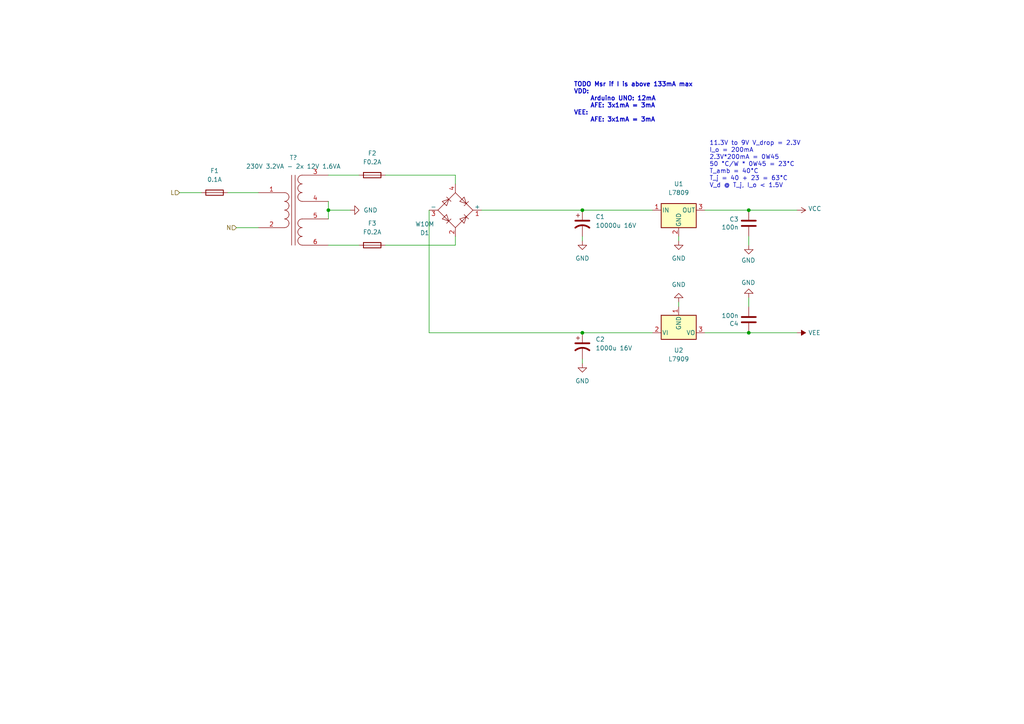
<source format=kicad_sch>
(kicad_sch (version 20231120) (generator "eeschema") (generator_version "8.0")
  (paper "A4")
  (lib_symbols
    (symbol "Device:C" (pin_numbers hide) (pin_names (offset 0.254))
      (property "Reference" "C" (at 0.635 2.54 0))
      (property "Value" "C" (at 0.635 -2.54 0))
      (symbol "C_0_1"
        (polyline (pts (xy -2.032 -0.762) (xy 2.032 -0.762)) (stroke (width 0.508)))
        (polyline (pts (xy -2.032 0.762) (xy 2.032 0.762)) (stroke (width 0.508)))
      )
      (symbol "C_1_1"
        (pin passive line (at 0 3.81 270) (length 2.794) (name "~") (number "1"))
        (pin passive line (at 0 -3.81 90) (length 2.794) (name "~") (number "2"))
      )
    )
    (symbol "Device:C_Polarized_US" (pin_numbers hide) (pin_names (offset 0.254) hide)
      (property "Reference" "C" (at 0.635 2.54 0))
      (property "Value" "C_Polarized_US" (at 0.635 -2.54 0))
      (symbol "C_Polarized_US_0_1"
        (polyline (pts (xy -2.032 0.762) (xy 2.032 0.762)) (stroke (width 0.508)))
        (polyline (pts (xy -1.778 2.286) (xy -0.762 2.286)))
        (polyline (pts (xy -1.27 1.778) (xy -1.27 2.794)))
        (arc (start 2.032 -1.27) (mid 0 -0.5572) (end -2.032 -1.27) (stroke (width 0.508)))
      )
      (symbol "C_Polarized_US_1_1"
        (pin passive line (at 0 3.81 270) (length 2.794) (name "~") (number "1"))
        (pin passive line (at 0 -3.81 90) (length 3.302) (name "~") (number "2"))
      )
    )
    (symbol "Device:Fuse" (pin_numbers hide) (pin_names (offset 0))
      (property "Reference" "F" (at 2.032 0 90))
      (property "Value" "Fuse" (at -1.905 0 90))
      (symbol "Fuse_0_1"
        (rectangle (start -0.762 -2.54) (end 0.762 2.54) (stroke (width 0.254)))
        (polyline (pts (xy 0 2.54) (xy 0 -2.54)))
      )
      (symbol "Fuse_1_1"
        (pin passive line (at 0 3.81 270) (length 1.27) (name "~") (number "1"))
        (pin passive line (at 0 -3.81 90) (length 1.27) (name "~") (number "2"))
      )
    )
    (symbol "Device:Transformer_1P_2S" (pin_names (offset 1.016) hide)
      (property "Reference" "T" (at 0 12.7 0))
      (property "Value" "Transformer_1P_2S" (at 0 -12.7 0))
      (symbol "Transformer_1P_2S_0_1"
        (arc (start -2.54 -5.0546) (mid -1.6599 -4.6901) (end -1.27 -3.81))
        (arc (start -2.54 -2.5146) (mid -1.6599 -2.1501) (end -1.27 -1.27))
        (arc (start -2.54 0.0254) (mid -1.6599 0.3899) (end -1.27 1.27))
        (arc (start -2.54 2.5654) (mid -1.6599 2.9299) (end -1.27 3.81))
        (arc (start -1.27 -3.81) (mid -1.642 -2.912) (end -2.54 -2.54))
        (arc (start -1.27 -1.27) (mid -1.642 -0.372) (end -2.54 0))
        (arc (start -1.27 1.27) (mid -1.642 2.168) (end -2.54 2.54))
        (arc (start -1.27 3.81) (mid -1.642 4.708) (end -2.54 5.08))
        (polyline (pts (xy -0.508 -10.16) (xy -0.508 10.16)))
        (polyline (pts (xy 0.508 10.16) (xy 0.508 -10.16)))
        (arc (start 1.2954 -8.89) (mid 1.6599 -9.7701) (end 2.54 -10.1346))
        (arc (start 1.2954 -6.35) (mid 1.6599 -7.2301) (end 2.54 -7.5946))
        (arc (start 1.2954 -3.81) (mid 1.6599 -4.6901) (end 2.54 -5.0546))
        (arc (start 1.2954 3.81) (mid 1.6599 2.9299) (end 2.54 2.5654))
        (arc (start 1.2954 6.35) (mid 1.6599 5.4699) (end 2.54 5.1054))
        (arc (start 1.2954 8.89) (mid 1.6599 8.0099) (end 2.54 7.6454))
        (arc (start 2.54 -7.62) (mid 1.642 -7.992) (end 1.2954 -8.89))
        (arc (start 2.54 -5.08) (mid 1.642 -5.452) (end 1.2954 -6.35))
        (arc (start 2.54 -2.54) (mid 1.642 -2.912) (end 1.2954 -3.81))
        (arc (start 2.54 5.08) (mid 1.642 4.708) (end 1.2954 3.81))
        (arc (start 2.54 7.62) (mid 1.642 7.248) (end 1.2954 6.35))
        (arc (start 2.54 10.16) (mid 1.642 9.788) (end 1.2954 8.89))
      )
      (symbol "Transformer_1P_2S_1_1"
        (pin passive line (at -10.16 5.08 0) (length 7.62) (name "AA") (number "1"))
        (pin passive line (at -10.16 -5.08 0) (length 7.62) (name "AB") (number "2"))
        (pin passive line (at 10.16 10.16 180) (length 7.62) (name "SA") (number "3"))
        (pin passive line (at 10.16 2.54 180) (length 7.62) (name "SB") (number "4"))
        (pin passive line (at 10.16 -2.54 180) (length 7.62) (name "SC") (number "5"))
        (pin passive line (at 10.16 -10.16 180) (length 7.62) (name "SD") (number "6"))
      )
    )
    (symbol "Diode_Bridge:W10G" (pin_names (offset 0))
      (property "Reference" "D" (at 2.54 6.985 0))
      (property "Value" "W10G" (at 2.54 5.08 0))
      (symbol "W10G_0_1"
        (polyline (pts (xy -2.54 3.81) (xy -1.27 2.54)))
        (polyline (pts (xy -1.27 -2.54) (xy -2.54 -3.81)))
        (polyline (pts (xy 2.54 -1.27) (xy 3.81 -2.54)))
        (polyline (pts (xy 2.54 1.27) (xy 3.81 2.54)))
        (polyline (pts (xy -3.81 2.54) (xy -2.54 1.27) (xy -1.905 3.175) (xy -3.81 2.54)))
        (polyline (pts (xy -2.54 -1.27) (xy -3.81 -2.54) (xy -1.905 -3.175) (xy -2.54 -1.27)))
        (polyline (pts (xy 1.27 2.54) (xy 2.54 3.81) (xy 3.175 1.905) (xy 1.27 2.54)))
        (polyline (pts (xy 3.175 -1.905) (xy 1.27 -2.54) (xy 2.54 -3.81) (xy 3.175 -1.905)))
        (polyline (pts (xy -5.08 0) (xy 0 -5.08) (xy 5.08 0) (xy 0 5.08) (xy -5.08 0)))
      )
      (symbol "W10G_1_1"
        (pin passive line (at 7.62 0 180) (length 2.54) (name "+") (number "1"))
        (pin passive line (at 0 -7.62 90) (length 2.54) (name "~") (number "2"))
        (pin passive line (at -7.62 0 0) (length 2.54) (name "-") (number "3"))
        (pin passive line (at 0 7.62 270) (length 2.54) (name "~") (number "4"))
      )
    )
    (symbol "Regulator_Linear:L7809" (pin_names (offset 0.254))
      (property "Reference" "U" (at -3.81 3.175 0))
      (property "Value" "L7809" (at 0 3.175 0))
      (symbol "L7809_0_1"
        (rectangle (start -5.08 1.905) (end 5.08 -5.08) (stroke (width 0.254)) (fill (type background)))
      )
      (symbol "L7809_1_1"
        (pin power_in line (at -7.62 0 0) (length 2.54) (name "IN") (number "1"))
        (pin power_in line (at 0 -7.62 90) (length 2.54) (name "GND") (number "2"))
        (pin power_out line (at 7.62 0 180) (length 2.54) (name "OUT") (number "3"))
      )
    )
    (symbol "Regulator_Linear:L7905" (pin_names (offset 0.254))
      (property "Reference" "U" (at -3.81 -3.175 0))
      (property "Value" "L7905" (at 0 -3.175 0))
      (symbol "L7905_0_1"
        (rectangle (start -5.08 5.08) (end 5.08 -1.905) (stroke (width 0.254)) (fill (type background)))
      )
      (symbol "L7905_1_1"
        (pin power_in line (at 0 7.62 270) (length 2.54) (name "GND") (number "1"))
        (pin power_in line (at -7.62 0 0) (length 2.54) (name "VI") (number "2"))
        (pin power_out line (at 7.62 0 180) (length 2.54) (name "VO") (number "3"))
      )
    )
    (symbol "power:GND" (power) (pin_names (offset 0))
      (property "Value" "GND" (at 0 -3.81 0))
      (symbol "GND_0_1"
        (polyline (pts (xy 0 0) (xy 0 -1.27) (xy 1.27 -1.27) (xy 0 -2.54) (xy -1.27 -1.27) (xy 0 -1.27)))
      )
      (symbol "GND_1_1"
        (pin power_in line (at 0 0 270) (length 0) hide (name "GND") (number "1"))
      )
    )
    (symbol "power:VCC" (power) (pin_names (offset 0))
      (property "Value" "VCC" (at 0 3.81 0))
      (symbol "VCC_0_1"
        (polyline (pts (xy -0.762 1.27) (xy 0 2.54)))
        (polyline (pts (xy 0 0) (xy 0 2.54)))
        (polyline (pts (xy 0 2.54) (xy 0.762 1.27)))
      )
      (symbol "VCC_1_1"
        (pin power_in line (at 0 0 90) (length 0) hide (name "VCC") (number "1"))
      )
    )
    (symbol "power:VEE" (power) (pin_names (offset 0))
      (property "Value" "VEE" (at 0 3.81 0))
      (symbol "VEE_0_1"
        (polyline (pts (xy 0 0) (xy 0 2.54)))
        (polyline (pts (xy 0.762 1.27) (xy -0.762 1.27) (xy 0 2.54) (xy 0.762 1.27)) (fill (type outline)))
      )
      (symbol "VEE_1_1"
        (pin power_in line (at 0 0 90) (length 0) hide (name "VEE") (number "1"))
      )
    )
  )
  (junction (at 217.17 96.52))
  (junction (at 95.25 60.96))
  (junction (at 217.17 60.96))
  (junction (at 168.91 60.96))
  (junction (at 168.91 96.52))
  (wire (pts (xy 132.08 50.8) (xy 132.08 53.34)))
  (wire (pts (xy 217.17 71.12) (xy 217.17 68.58)))
  (wire (pts (xy 124.46 96.52) (xy 168.91 96.52)))
  (wire (pts (xy 196.85 87.63) (xy 196.85 88.9)))
  (wire (pts (xy 66.04 55.88) (xy 74.93 55.88)))
  (wire (pts (xy 204.47 96.52) (xy 217.17 96.52)))
  (wire (pts (xy 111.76 50.8) (xy 132.08 50.8)))
  (wire (pts (xy 95.25 50.8) (xy 104.14 50.8)))
  (wire (pts (xy 196.85 69.85) (xy 196.85 68.58)))
  (wire (pts (xy 168.91 69.85) (xy 168.91 68.58)))
  (wire (pts (xy 168.91 96.52) (xy 189.23 96.52)))
  (wire (pts (xy 132.08 71.12) (xy 132.08 68.58)))
  (wire (pts (xy 204.47 60.96) (xy 217.17 60.96)))
  (wire (pts (xy 95.25 60.96) (xy 95.25 63.5)))
  (wire (pts (xy 95.25 60.96) (xy 101.6 60.96)))
  (wire (pts (xy 68.58 66.04) (xy 74.93 66.04)))
  (wire (pts (xy 139.7 60.96) (xy 168.91 60.96)))
  (wire (pts (xy 95.25 71.12) (xy 104.14 71.12)))
  (wire (pts (xy 217.17 96.52) (xy 231.14 96.52)))
  (wire (pts (xy 124.46 96.52) (xy 124.46 60.96)))
  (wire (pts (xy 217.17 86.36) (xy 217.17 88.9)))
  (wire (pts (xy 168.91 105.41) (xy 168.91 104.14)))
  (wire (pts (xy 168.91 60.96) (xy 189.23 60.96)))
  (wire (pts (xy 52.07 55.88) (xy 58.42 55.88)))
  (wire (pts (xy 95.25 58.42) (xy 95.25 60.96)))
  (wire (pts (xy 217.17 60.96) (xy 231.14 60.96)))
  (wire (pts (xy 111.76 71.12) (xy 132.08 71.12)))
  (text "TODO Msr if I is above 133mA max\nVDD:\n	Arduino UNO: 12mA\n	AFE: 3x1mA = 3mA\nVEE:\n	AFE: 3x1mA = 3mA" (at 166.37 35.56 0) (effects (font (size 1.27 1.27) (thickness 0.254) (bold yes)) (justify left bottom)))
  (text "11.3V to 9V V_drop = 2.3V\nI_o = 200mA\n2.3V*200mA = 0W45\n50 °C/W * 0W45 = 23°C\nT_amb = 40°C\nT_j = 40 + 23 = 63°C\nV_d @ T_j, I_o < 1.5V" (at 205.74 54.61 0) (effects (font (size 1.27 1.27)) (justify left bottom)))
  (hierarchical_label "N" (shape input) (at 68.58 66.04 180))
  (hierarchical_label "L" (shape input) (at 52.07 55.88 180))
  (symbol (lib_id "Device:Fuse") (at 107.95 71.12 90) (unit 1)
    (property "Reference" "F3" (at 107.95 64.77 90))
    (property "Value" "F0.2A" (at 107.95 67.31 90))
    (property "Footprint" "Fuse:Fuseholder_Clip-5x20mm_Littelfuse_111_Inline_P20.00x5.00mm_D1.05mm_Horizontal" (effects (hide yes)))
  )
  (symbol (lib_id "power:GND") (at 168.91 69.85 0) (unit 1)
    (property "Reference" "#PWR05" (effects (hide yes)))
    (property "Value" "GND" (at 168.91 74.93 0))
  )
  (symbol (lib_id "power:GND") (at 196.85 87.63 180) (unit 1)
    (property "Reference" "#PWR08" (effects (hide yes)))
    (property "Value" "GND" (at 196.85 82.55 0))
  )
  (symbol (lib_id "Diode_Bridge:W10G") (at 132.08 60.96 0) (unit 1)
    (property "Reference" "D1" (at 123.19 67.5388 0))
    (property "Value" "W10M" (at 123.19 64.9988 0))
    (property "Footprint" "Diode_THT:Diode_Bridge_Round_D9.8mm" (effects (hide yes)))
    (property "Datasheet" "https://www.vishay.com/docs/88769/woo5g.pdf" (effects (hide yes)))
  )
  (symbol (lib_id "power:VEE") (at 231.14 96.52 270) (mirror x) (unit 1)
    (property "Reference" "#PWR012" (effects (hide yes)))
    (property "Value" "VEE" (at 236.22 96.52 90))
  )
  (symbol (lib_id "Regulator_Linear:L7905") (at 196.85 96.52 0) (unit 1)
    (property "Reference" "U2" (at 196.85 101.6 0))
    (property "Value" "L7909" (at 196.85 104.14 0))
    (property "Footprint" "Package_TO_SOT_THT:TO-220-3_Vertical" (effects (hide yes)))
    (property "Datasheet" "http://www.st.com/content/ccc/resource/technical/document/datasheet/c9/16/86/41/c7/2b/45/f2/CD00000450.pdf/files/CD00000450.pdf/jcr:content/translations/en.CD00000450.pdf" (effects (hide yes)))
  )
  (symbol (lib_id "Device:C") (at 217.17 64.77 0) (mirror y) (unit 1)
    (property "Reference" "C3" (at 214.249 63.6016 0) (effects (justify left)))
    (property "Value" "100n" (at 214.249 65.913 0) (effects (justify left)))
    (property "Footprint" "For_Rasterboard:C_Disc_D3.0mm_W1.6mm_P2.50mm" (effects (hide yes)))
  )
  (symbol (lib_id "Device:Transformer_1P_2S") (at 85.09 60.96 0) (unit 1)
    (property "Reference" "T?" (at 85.09 45.72 0))
    (property "Value" "230V 3.2VA - 2x 12V 1.6VA" (at 85.09 48.26 0))
    (property "Footprint" "For_Rasterboard:Transformer-3VA_2xSec" (effects (hide yes)))
    (instances (project "" (path "" (reference "T?") (unit 1))) (project "" (path "" (reference "T1") (unit 1))))
  )
  (symbol (lib_id "Device:Fuse") (at 107.95 50.8 90) (unit 1)
    (property "Reference" "F2" (at 107.95 44.45 90))
    (property "Value" "F0.2A" (at 107.95 46.99 90))
    (property "Footprint" "Fuse:Fuseholder_Clip-5x20mm_Littelfuse_111_Inline_P20.00x5.00mm_D1.05mm_Horizontal" (effects (hide yes)))
  )
  (symbol (lib_id "Device:C") (at 217.17 92.71 180) (unit 1)
    (property "Reference" "C4" (at 214.249 93.8784 0) (effects (justify left)))
    (property "Value" "100n" (at 214.249 91.567 0) (effects (justify left)))
    (property "Footprint" "For_Rasterboard:C_Disc_D3.0mm_W1.6mm_P2.50mm" (effects (hide yes)))
  )
  (symbol (lib_id "power:GND") (at 101.6 60.96 90) (unit 1)
    (property "Reference" "#PWR04" (effects (hide yes)))
    (property "Value" "GND" (at 105.41 60.9601 90) (effects (justify right)))
  )
  (symbol (lib_id "power:GND") (at 217.17 71.12 0) (mirror y) (unit 1)
    (property "Reference" "#PWR09" (effects (hide yes)))
    (property "Value" "GND" (at 217.043 75.5142 0))
  )
  (symbol (lib_id "power:GND") (at 168.91 105.41 0) (unit 1)
    (property "Reference" "#PWR06" (effects (hide yes)))
    (property "Value" "GND" (at 168.91 110.49 0))
  )
  (symbol (lib_id "power:GND") (at 217.17 86.36 180) (unit 1)
    (property "Reference" "#PWR010" (effects (hide yes)))
    (property "Value" "GND" (at 217.043 81.9658 0))
  )
  (symbol (lib_id "Device:C_Polarized_US") (at 168.91 64.77 0) (unit 1)
    (property "Reference" "C1" (at 172.72 62.8649 0) (effects (justify left)))
    (property "Value" "10000u 16V" (at 172.72 65.4049 0) (effects (justify left)))
    (property "Footprint" "Capacitor_THT:CP_Radial_D16.0mm_P7.50mm" (effects (hide yes)))
  )
  (symbol (lib_id "power:VCC") (at 231.14 60.96 270) (mirror x) (unit 1)
    (property "Reference" "#PWR011" (effects (hide yes)))
    (property "Value" "VCC" (at 234.3912 60.5282 90) (effects (justify left)))
  )
  (symbol (lib_id "power:GND") (at 196.85 69.85 0) (unit 1)
    (property "Reference" "#PWR07" (effects (hide yes)))
    (property "Value" "GND" (at 196.85 74.93 0))
  )
  (symbol (lib_id "Regulator_Linear:L7809") (at 196.85 60.96 0) (unit 1)
    (property "Reference" "U1" (at 196.85 53.34 0))
    (property "Value" "L7809" (at 196.85 55.88 0))
    (property "Footprint" "Package_TO_SOT_THT:TO-220-3_Vertical" (effects (hide yes)))
    (property "Datasheet" "http://www.st.com/content/ccc/resource/technical/document/datasheet/41/4f/b3/b0/12/d4/47/88/CD00000444.pdf/files/CD00000444.pdf/jcr:content/translations/en.CD00000444.pdf" (effects (hide yes)))
  )
  (symbol (lib_id "Device:Fuse") (at 62.23 55.88 90) (unit 1)
    (property "Reference" "F1" (at 62.23 49.53 90))
    (property "Value" "0.1A" (at 62.23 52.07 90))
    (property "Footprint" "Fuse:Fuseholder_Clip-5x20mm_Littelfuse_111_Inline_P20.00x5.00mm_D1.05mm_Horizontal" (effects (hide yes)))
  )
  (symbol (lib_id "Device:C_Polarized_US") (at 168.91 100.33 0) (unit 1)
    (property "Reference" "C2" (at 172.72 98.4249 0) (effects (justify left)))
    (property "Value" "1000u 16V" (at 172.72 100.9649 0) (effects (justify left)))
    (property "Footprint" "Capacitor_THT:CP_Radial_D10.0mm_P5.00mm" (effects (hide yes)))
  )
)
</source>
